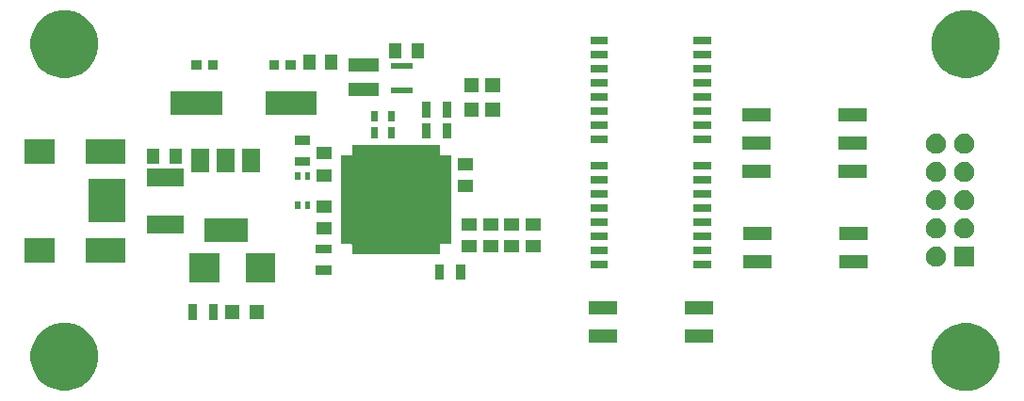
<source format=gts>
G04 #@! TF.GenerationSoftware,KiCad,Pcbnew,(5.1.5)-3*
G04 #@! TF.CreationDate,2020-01-27T20:13:38-03:30*
G04 #@! TF.ProjectId,XDS100v2 Programmer,58445331-3030-4763-9220-50726f677261,rev?*
G04 #@! TF.SameCoordinates,Original*
G04 #@! TF.FileFunction,Soldermask,Top*
G04 #@! TF.FilePolarity,Negative*
%FSLAX46Y46*%
G04 Gerber Fmt 4.6, Leading zero omitted, Abs format (unit mm)*
G04 Created by KiCad (PCBNEW (5.1.5)-3) date 2020-01-27 20:13:38*
%MOMM*%
%LPD*%
G04 APERTURE LIST*
%ADD10C,0.100000*%
G04 APERTURE END LIST*
D10*
G36*
X103889943Y-88216248D02*
G01*
X104445189Y-88446238D01*
X104619193Y-88562504D01*
X104944899Y-88780134D01*
X105369866Y-89205101D01*
X105485031Y-89377458D01*
X105703762Y-89704811D01*
X105933752Y-90260057D01*
X106051000Y-90849501D01*
X106051000Y-91450499D01*
X105933752Y-92039943D01*
X105703762Y-92595189D01*
X105703761Y-92595190D01*
X105369866Y-93094899D01*
X104944899Y-93519866D01*
X104879403Y-93563629D01*
X104445189Y-93853762D01*
X103889943Y-94083752D01*
X103300499Y-94201000D01*
X102699501Y-94201000D01*
X102110057Y-94083752D01*
X101554811Y-93853762D01*
X101120597Y-93563629D01*
X101055101Y-93519866D01*
X100630134Y-93094899D01*
X100296239Y-92595190D01*
X100296238Y-92595189D01*
X100066248Y-92039943D01*
X99949000Y-91450499D01*
X99949000Y-90849501D01*
X100066248Y-90260057D01*
X100296238Y-89704811D01*
X100514969Y-89377458D01*
X100630134Y-89205101D01*
X101055101Y-88780134D01*
X101380807Y-88562504D01*
X101554811Y-88446238D01*
X102110057Y-88216248D01*
X102699501Y-88099000D01*
X103300499Y-88099000D01*
X103889943Y-88216248D01*
G37*
G36*
X22889943Y-88166248D02*
G01*
X23445189Y-88396238D01*
X23600972Y-88500329D01*
X23944899Y-88730134D01*
X24369866Y-89155101D01*
X24489181Y-89333668D01*
X24703762Y-89654811D01*
X24933752Y-90210057D01*
X25051000Y-90799501D01*
X25051000Y-91400499D01*
X24933752Y-91989943D01*
X24703762Y-92545189D01*
X24703761Y-92545190D01*
X24369866Y-93044899D01*
X23944899Y-93469866D01*
X23694023Y-93637496D01*
X23445189Y-93803762D01*
X22889943Y-94033752D01*
X22300499Y-94151000D01*
X21699501Y-94151000D01*
X21110057Y-94033752D01*
X20554811Y-93803762D01*
X20305977Y-93637496D01*
X20055101Y-93469866D01*
X19630134Y-93044899D01*
X19296239Y-92545190D01*
X19296238Y-92545189D01*
X19066248Y-91989943D01*
X18949000Y-91400499D01*
X18949000Y-90799501D01*
X19066248Y-90210057D01*
X19296238Y-89654811D01*
X19510819Y-89333668D01*
X19630134Y-89155101D01*
X20055101Y-88730134D01*
X20399028Y-88500329D01*
X20554811Y-88396238D01*
X21110057Y-88166248D01*
X21699501Y-88049000D01*
X22300499Y-88049000D01*
X22889943Y-88166248D01*
G37*
G36*
X71671000Y-89886000D02*
G01*
X69129000Y-89886000D01*
X69129000Y-88654000D01*
X71671000Y-88654000D01*
X71671000Y-89886000D01*
G37*
G36*
X80271000Y-89886000D02*
G01*
X77729000Y-89886000D01*
X77729000Y-88654000D01*
X80271000Y-88654000D01*
X80271000Y-89886000D01*
G37*
G36*
X35801000Y-87801000D02*
G01*
X34999000Y-87801000D01*
X34999000Y-86399000D01*
X35801000Y-86399000D01*
X35801000Y-87801000D01*
G37*
G36*
X33901000Y-87801000D02*
G01*
X33099000Y-87801000D01*
X33099000Y-86399000D01*
X33901000Y-86399000D01*
X33901000Y-87801000D01*
G37*
G36*
X39951000Y-87751000D02*
G01*
X38649000Y-87751000D01*
X38649000Y-86449000D01*
X39951000Y-86449000D01*
X39951000Y-87751000D01*
G37*
G36*
X37751000Y-87751000D02*
G01*
X36449000Y-87751000D01*
X36449000Y-86449000D01*
X37751000Y-86449000D01*
X37751000Y-87751000D01*
G37*
G36*
X71671000Y-87346000D02*
G01*
X69129000Y-87346000D01*
X69129000Y-86114000D01*
X71671000Y-86114000D01*
X71671000Y-87346000D01*
G37*
G36*
X80271000Y-87346000D02*
G01*
X77729000Y-87346000D01*
X77729000Y-86114000D01*
X80271000Y-86114000D01*
X80271000Y-87346000D01*
G37*
G36*
X40951000Y-84401000D02*
G01*
X38299000Y-84401000D01*
X38299000Y-81799000D01*
X40951000Y-81799000D01*
X40951000Y-84401000D01*
G37*
G36*
X35901000Y-84401000D02*
G01*
X33249000Y-84401000D01*
X33249000Y-81799000D01*
X35901000Y-81799000D01*
X35901000Y-84401000D01*
G37*
G36*
X58001000Y-84201000D02*
G01*
X57199000Y-84201000D01*
X57199000Y-82799000D01*
X58001000Y-82799000D01*
X58001000Y-84201000D01*
G37*
G36*
X56101000Y-84201000D02*
G01*
X55299000Y-84201000D01*
X55299000Y-82799000D01*
X56101000Y-82799000D01*
X56101000Y-84201000D01*
G37*
G36*
X46001000Y-83751000D02*
G01*
X44599000Y-83751000D01*
X44599000Y-82949000D01*
X46001000Y-82949000D01*
X46001000Y-83751000D01*
G37*
G36*
X80151000Y-83196000D02*
G01*
X78549000Y-83196000D01*
X78549000Y-82494000D01*
X80151000Y-82494000D01*
X80151000Y-83196000D01*
G37*
G36*
X70851000Y-83196000D02*
G01*
X69249000Y-83196000D01*
X69249000Y-82494000D01*
X70851000Y-82494000D01*
X70851000Y-83196000D01*
G37*
G36*
X85571000Y-83186000D02*
G01*
X83029000Y-83186000D01*
X83029000Y-81954000D01*
X85571000Y-81954000D01*
X85571000Y-83186000D01*
G37*
G36*
X94171000Y-83186000D02*
G01*
X91629000Y-83186000D01*
X91629000Y-81954000D01*
X94171000Y-81954000D01*
X94171000Y-83186000D01*
G37*
G36*
X100443512Y-81233927D02*
G01*
X100592812Y-81263624D01*
X100756784Y-81331544D01*
X100904354Y-81430147D01*
X101029853Y-81555646D01*
X101128456Y-81703216D01*
X101196376Y-81867188D01*
X101231000Y-82041259D01*
X101231000Y-82218741D01*
X101196376Y-82392812D01*
X101128456Y-82556784D01*
X101029853Y-82704354D01*
X100904354Y-82829853D01*
X100756784Y-82928456D01*
X100592812Y-82996376D01*
X100443512Y-83026073D01*
X100418742Y-83031000D01*
X100241258Y-83031000D01*
X100216488Y-83026073D01*
X100067188Y-82996376D01*
X99903216Y-82928456D01*
X99755646Y-82829853D01*
X99630147Y-82704354D01*
X99531544Y-82556784D01*
X99463624Y-82392812D01*
X99429000Y-82218741D01*
X99429000Y-82041259D01*
X99463624Y-81867188D01*
X99531544Y-81703216D01*
X99630147Y-81555646D01*
X99755646Y-81430147D01*
X99903216Y-81331544D01*
X100067188Y-81263624D01*
X100216488Y-81233927D01*
X100241258Y-81229000D01*
X100418742Y-81229000D01*
X100443512Y-81233927D01*
G37*
G36*
X103771000Y-83031000D02*
G01*
X101969000Y-83031000D01*
X101969000Y-81229000D01*
X103771000Y-81229000D01*
X103771000Y-83031000D01*
G37*
G36*
X27451600Y-82651600D02*
G01*
X23948400Y-82651600D01*
X23948400Y-80448400D01*
X27451600Y-80448400D01*
X27451600Y-82651600D01*
G37*
G36*
X21151600Y-82651600D02*
G01*
X18448400Y-82651600D01*
X18448400Y-80448400D01*
X21151600Y-80448400D01*
X21151600Y-82651600D01*
G37*
G36*
X55751000Y-72924001D02*
G01*
X55753402Y-72948387D01*
X55760515Y-72971836D01*
X55772066Y-72993447D01*
X55787611Y-73012389D01*
X55806553Y-73027934D01*
X55828164Y-73039485D01*
X55851613Y-73046598D01*
X55875999Y-73049000D01*
X56726000Y-73049000D01*
X56726000Y-80951000D01*
X55875999Y-80951000D01*
X55851613Y-80953402D01*
X55828164Y-80960515D01*
X55806553Y-80972066D01*
X55787611Y-80987611D01*
X55772066Y-81006553D01*
X55760515Y-81028164D01*
X55753402Y-81051613D01*
X55751000Y-81075999D01*
X55751000Y-81926000D01*
X47849000Y-81926000D01*
X47849000Y-81075999D01*
X47846598Y-81051613D01*
X47839485Y-81028164D01*
X47827934Y-81006553D01*
X47812389Y-80987611D01*
X47793447Y-80972066D01*
X47771836Y-80960515D01*
X47748387Y-80953402D01*
X47724001Y-80951000D01*
X46874000Y-80951000D01*
X46874000Y-73049000D01*
X47724001Y-73049000D01*
X47748387Y-73046598D01*
X47771836Y-73039485D01*
X47793447Y-73027934D01*
X47812389Y-73012389D01*
X47827934Y-72993447D01*
X47839485Y-72971836D01*
X47846598Y-72948387D01*
X47849000Y-72924001D01*
X47849000Y-72074000D01*
X55751000Y-72074000D01*
X55751000Y-72924001D01*
G37*
G36*
X80151000Y-81926000D02*
G01*
X78549000Y-81926000D01*
X78549000Y-81224000D01*
X80151000Y-81224000D01*
X80151000Y-81926000D01*
G37*
G36*
X70851000Y-81926000D02*
G01*
X69249000Y-81926000D01*
X69249000Y-81224000D01*
X70851000Y-81224000D01*
X70851000Y-81926000D01*
G37*
G36*
X46001000Y-81851000D02*
G01*
X44599000Y-81851000D01*
X44599000Y-81049000D01*
X46001000Y-81049000D01*
X46001000Y-81851000D01*
G37*
G36*
X59076000Y-81751000D02*
G01*
X57724000Y-81751000D01*
X57724000Y-80649000D01*
X59076000Y-80649000D01*
X59076000Y-81751000D01*
G37*
G36*
X64776000Y-81751000D02*
G01*
X63424000Y-81751000D01*
X63424000Y-80649000D01*
X64776000Y-80649000D01*
X64776000Y-81751000D01*
G37*
G36*
X62876000Y-81751000D02*
G01*
X61524000Y-81751000D01*
X61524000Y-80649000D01*
X62876000Y-80649000D01*
X62876000Y-81751000D01*
G37*
G36*
X60976000Y-81751000D02*
G01*
X59624000Y-81751000D01*
X59624000Y-80649000D01*
X60976000Y-80649000D01*
X60976000Y-81751000D01*
G37*
G36*
X38451000Y-80801000D02*
G01*
X34549000Y-80801000D01*
X34549000Y-78699000D01*
X38451000Y-78699000D01*
X38451000Y-80801000D01*
G37*
G36*
X70851000Y-80656000D02*
G01*
X69249000Y-80656000D01*
X69249000Y-79954000D01*
X70851000Y-79954000D01*
X70851000Y-80656000D01*
G37*
G36*
X80151000Y-80656000D02*
G01*
X78549000Y-80656000D01*
X78549000Y-79954000D01*
X80151000Y-79954000D01*
X80151000Y-80656000D01*
G37*
G36*
X94171000Y-80646000D02*
G01*
X91629000Y-80646000D01*
X91629000Y-79414000D01*
X94171000Y-79414000D01*
X94171000Y-80646000D01*
G37*
G36*
X85571000Y-80646000D02*
G01*
X83029000Y-80646000D01*
X83029000Y-79414000D01*
X85571000Y-79414000D01*
X85571000Y-80646000D01*
G37*
G36*
X100443512Y-78693927D02*
G01*
X100592812Y-78723624D01*
X100756784Y-78791544D01*
X100904354Y-78890147D01*
X101029853Y-79015646D01*
X101128456Y-79163216D01*
X101196376Y-79327188D01*
X101231000Y-79501259D01*
X101231000Y-79678741D01*
X101196376Y-79852812D01*
X101128456Y-80016784D01*
X101029853Y-80164354D01*
X100904354Y-80289853D01*
X100756784Y-80388456D01*
X100592812Y-80456376D01*
X100443512Y-80486073D01*
X100418742Y-80491000D01*
X100241258Y-80491000D01*
X100216488Y-80486073D01*
X100067188Y-80456376D01*
X99903216Y-80388456D01*
X99755646Y-80289853D01*
X99630147Y-80164354D01*
X99531544Y-80016784D01*
X99463624Y-79852812D01*
X99429000Y-79678741D01*
X99429000Y-79501259D01*
X99463624Y-79327188D01*
X99531544Y-79163216D01*
X99630147Y-79015646D01*
X99755646Y-78890147D01*
X99903216Y-78791544D01*
X100067188Y-78723624D01*
X100216488Y-78693927D01*
X100241258Y-78689000D01*
X100418742Y-78689000D01*
X100443512Y-78693927D01*
G37*
G36*
X102983512Y-78693927D02*
G01*
X103132812Y-78723624D01*
X103296784Y-78791544D01*
X103444354Y-78890147D01*
X103569853Y-79015646D01*
X103668456Y-79163216D01*
X103736376Y-79327188D01*
X103771000Y-79501259D01*
X103771000Y-79678741D01*
X103736376Y-79852812D01*
X103668456Y-80016784D01*
X103569853Y-80164354D01*
X103444354Y-80289853D01*
X103296784Y-80388456D01*
X103132812Y-80456376D01*
X102983512Y-80486073D01*
X102958742Y-80491000D01*
X102781258Y-80491000D01*
X102756488Y-80486073D01*
X102607188Y-80456376D01*
X102443216Y-80388456D01*
X102295646Y-80289853D01*
X102170147Y-80164354D01*
X102071544Y-80016784D01*
X102003624Y-79852812D01*
X101969000Y-79678741D01*
X101969000Y-79501259D01*
X102003624Y-79327188D01*
X102071544Y-79163216D01*
X102170147Y-79015646D01*
X102295646Y-78890147D01*
X102443216Y-78791544D01*
X102607188Y-78723624D01*
X102756488Y-78693927D01*
X102781258Y-78689000D01*
X102958742Y-78689000D01*
X102983512Y-78693927D01*
G37*
G36*
X45976000Y-80151000D02*
G01*
X44624000Y-80151000D01*
X44624000Y-79049000D01*
X45976000Y-79049000D01*
X45976000Y-80151000D01*
G37*
G36*
X32751000Y-80001000D02*
G01*
X29449000Y-80001000D01*
X29449000Y-78399000D01*
X32751000Y-78399000D01*
X32751000Y-80001000D01*
G37*
G36*
X60976000Y-79751000D02*
G01*
X59624000Y-79751000D01*
X59624000Y-78649000D01*
X60976000Y-78649000D01*
X60976000Y-79751000D01*
G37*
G36*
X59076000Y-79751000D02*
G01*
X57724000Y-79751000D01*
X57724000Y-78649000D01*
X59076000Y-78649000D01*
X59076000Y-79751000D01*
G37*
G36*
X62876000Y-79751000D02*
G01*
X61524000Y-79751000D01*
X61524000Y-78649000D01*
X62876000Y-78649000D01*
X62876000Y-79751000D01*
G37*
G36*
X64776000Y-79751000D02*
G01*
X63424000Y-79751000D01*
X63424000Y-78649000D01*
X64776000Y-78649000D01*
X64776000Y-79751000D01*
G37*
G36*
X80151000Y-79386000D02*
G01*
X78549000Y-79386000D01*
X78549000Y-78684000D01*
X80151000Y-78684000D01*
X80151000Y-79386000D01*
G37*
G36*
X70851000Y-79386000D02*
G01*
X69249000Y-79386000D01*
X69249000Y-78684000D01*
X70851000Y-78684000D01*
X70851000Y-79386000D01*
G37*
G36*
X27451600Y-79051600D02*
G01*
X24148400Y-79051600D01*
X24148400Y-75148400D01*
X27451600Y-75148400D01*
X27451600Y-79051600D01*
G37*
G36*
X45976000Y-78151000D02*
G01*
X44624000Y-78151000D01*
X44624000Y-77049000D01*
X45976000Y-77049000D01*
X45976000Y-78151000D01*
G37*
G36*
X80151000Y-78116000D02*
G01*
X78549000Y-78116000D01*
X78549000Y-77414000D01*
X80151000Y-77414000D01*
X80151000Y-78116000D01*
G37*
G36*
X70851000Y-78116000D02*
G01*
X69249000Y-78116000D01*
X69249000Y-77414000D01*
X70851000Y-77414000D01*
X70851000Y-78116000D01*
G37*
G36*
X100443512Y-76153927D02*
G01*
X100592812Y-76183624D01*
X100756784Y-76251544D01*
X100904354Y-76350147D01*
X101029853Y-76475646D01*
X101128456Y-76623216D01*
X101196376Y-76787188D01*
X101226073Y-76936488D01*
X101231000Y-76961258D01*
X101231000Y-77138742D01*
X101226073Y-77163512D01*
X101196376Y-77312812D01*
X101128456Y-77476784D01*
X101029853Y-77624354D01*
X100904354Y-77749853D01*
X100756784Y-77848456D01*
X100592812Y-77916376D01*
X100443512Y-77946073D01*
X100418742Y-77951000D01*
X100241258Y-77951000D01*
X100216488Y-77946073D01*
X100067188Y-77916376D01*
X99903216Y-77848456D01*
X99755646Y-77749853D01*
X99630147Y-77624354D01*
X99531544Y-77476784D01*
X99463624Y-77312812D01*
X99433927Y-77163512D01*
X99429000Y-77138742D01*
X99429000Y-76961258D01*
X99433927Y-76936488D01*
X99463624Y-76787188D01*
X99531544Y-76623216D01*
X99630147Y-76475646D01*
X99755646Y-76350147D01*
X99903216Y-76251544D01*
X100067188Y-76183624D01*
X100216488Y-76153927D01*
X100241258Y-76149000D01*
X100418742Y-76149000D01*
X100443512Y-76153927D01*
G37*
G36*
X102983512Y-76153927D02*
G01*
X103132812Y-76183624D01*
X103296784Y-76251544D01*
X103444354Y-76350147D01*
X103569853Y-76475646D01*
X103668456Y-76623216D01*
X103736376Y-76787188D01*
X103766073Y-76936488D01*
X103771000Y-76961258D01*
X103771000Y-77138742D01*
X103766073Y-77163512D01*
X103736376Y-77312812D01*
X103668456Y-77476784D01*
X103569853Y-77624354D01*
X103444354Y-77749853D01*
X103296784Y-77848456D01*
X103132812Y-77916376D01*
X102983512Y-77946073D01*
X102958742Y-77951000D01*
X102781258Y-77951000D01*
X102756488Y-77946073D01*
X102607188Y-77916376D01*
X102443216Y-77848456D01*
X102295646Y-77749853D01*
X102170147Y-77624354D01*
X102071544Y-77476784D01*
X102003624Y-77312812D01*
X101973927Y-77163512D01*
X101969000Y-77138742D01*
X101969000Y-76961258D01*
X101973927Y-76936488D01*
X102003624Y-76787188D01*
X102071544Y-76623216D01*
X102170147Y-76475646D01*
X102295646Y-76350147D01*
X102443216Y-76251544D01*
X102607188Y-76183624D01*
X102756488Y-76153927D01*
X102781258Y-76149000D01*
X102958742Y-76149000D01*
X102983512Y-76153927D01*
G37*
G36*
X43201000Y-77851000D02*
G01*
X42699000Y-77851000D01*
X42699000Y-77149000D01*
X43201000Y-77149000D01*
X43201000Y-77851000D01*
G37*
G36*
X44101000Y-77851000D02*
G01*
X43599000Y-77851000D01*
X43599000Y-77149000D01*
X44101000Y-77149000D01*
X44101000Y-77851000D01*
G37*
G36*
X80151000Y-76846000D02*
G01*
X78549000Y-76846000D01*
X78549000Y-76144000D01*
X80151000Y-76144000D01*
X80151000Y-76846000D01*
G37*
G36*
X70851000Y-76846000D02*
G01*
X69249000Y-76846000D01*
X69249000Y-76144000D01*
X70851000Y-76144000D01*
X70851000Y-76846000D01*
G37*
G36*
X58676000Y-76351000D02*
G01*
X57324000Y-76351000D01*
X57324000Y-75249000D01*
X58676000Y-75249000D01*
X58676000Y-76351000D01*
G37*
G36*
X32751000Y-75801000D02*
G01*
X29449000Y-75801000D01*
X29449000Y-74199000D01*
X32751000Y-74199000D01*
X32751000Y-75801000D01*
G37*
G36*
X80151000Y-75576000D02*
G01*
X78549000Y-75576000D01*
X78549000Y-74874000D01*
X80151000Y-74874000D01*
X80151000Y-75576000D01*
G37*
G36*
X70851000Y-75576000D02*
G01*
X69249000Y-75576000D01*
X69249000Y-74874000D01*
X70851000Y-74874000D01*
X70851000Y-75576000D01*
G37*
G36*
X102983512Y-73613927D02*
G01*
X103132812Y-73643624D01*
X103296784Y-73711544D01*
X103444354Y-73810147D01*
X103569853Y-73935646D01*
X103668456Y-74083216D01*
X103736376Y-74247188D01*
X103771000Y-74421259D01*
X103771000Y-74598741D01*
X103736376Y-74772812D01*
X103668456Y-74936784D01*
X103569853Y-75084354D01*
X103444354Y-75209853D01*
X103296784Y-75308456D01*
X103132812Y-75376376D01*
X102983512Y-75406073D01*
X102958742Y-75411000D01*
X102781258Y-75411000D01*
X102756488Y-75406073D01*
X102607188Y-75376376D01*
X102443216Y-75308456D01*
X102295646Y-75209853D01*
X102170147Y-75084354D01*
X102071544Y-74936784D01*
X102003624Y-74772812D01*
X101969000Y-74598741D01*
X101969000Y-74421259D01*
X102003624Y-74247188D01*
X102071544Y-74083216D01*
X102170147Y-73935646D01*
X102295646Y-73810147D01*
X102443216Y-73711544D01*
X102607188Y-73643624D01*
X102756488Y-73613927D01*
X102781258Y-73609000D01*
X102958742Y-73609000D01*
X102983512Y-73613927D01*
G37*
G36*
X100443512Y-73613927D02*
G01*
X100592812Y-73643624D01*
X100756784Y-73711544D01*
X100904354Y-73810147D01*
X101029853Y-73935646D01*
X101128456Y-74083216D01*
X101196376Y-74247188D01*
X101231000Y-74421259D01*
X101231000Y-74598741D01*
X101196376Y-74772812D01*
X101128456Y-74936784D01*
X101029853Y-75084354D01*
X100904354Y-75209853D01*
X100756784Y-75308456D01*
X100592812Y-75376376D01*
X100443512Y-75406073D01*
X100418742Y-75411000D01*
X100241258Y-75411000D01*
X100216488Y-75406073D01*
X100067188Y-75376376D01*
X99903216Y-75308456D01*
X99755646Y-75209853D01*
X99630147Y-75084354D01*
X99531544Y-74936784D01*
X99463624Y-74772812D01*
X99429000Y-74598741D01*
X99429000Y-74421259D01*
X99463624Y-74247188D01*
X99531544Y-74083216D01*
X99630147Y-73935646D01*
X99755646Y-73810147D01*
X99903216Y-73711544D01*
X100067188Y-73643624D01*
X100216488Y-73613927D01*
X100241258Y-73609000D01*
X100418742Y-73609000D01*
X100443512Y-73613927D01*
G37*
G36*
X45976000Y-75351000D02*
G01*
X44624000Y-75351000D01*
X44624000Y-74249000D01*
X45976000Y-74249000D01*
X45976000Y-75351000D01*
G37*
G36*
X43201000Y-75251000D02*
G01*
X42699000Y-75251000D01*
X42699000Y-74549000D01*
X43201000Y-74549000D01*
X43201000Y-75251000D01*
G37*
G36*
X44101000Y-75251000D02*
G01*
X43599000Y-75251000D01*
X43599000Y-74549000D01*
X44101000Y-74549000D01*
X44101000Y-75251000D01*
G37*
G36*
X85471000Y-75056000D02*
G01*
X82929000Y-75056000D01*
X82929000Y-73824000D01*
X85471000Y-73824000D01*
X85471000Y-75056000D01*
G37*
G36*
X94071000Y-75056000D02*
G01*
X91529000Y-75056000D01*
X91529000Y-73824000D01*
X94071000Y-73824000D01*
X94071000Y-75056000D01*
G37*
G36*
X35001000Y-74501000D02*
G01*
X33399000Y-74501000D01*
X33399000Y-72399000D01*
X35001000Y-72399000D01*
X35001000Y-74501000D01*
G37*
G36*
X39601000Y-74501000D02*
G01*
X37999000Y-74501000D01*
X37999000Y-72399000D01*
X39601000Y-72399000D01*
X39601000Y-74501000D01*
G37*
G36*
X37301000Y-74501000D02*
G01*
X35699000Y-74501000D01*
X35699000Y-72399000D01*
X37301000Y-72399000D01*
X37301000Y-74501000D01*
G37*
G36*
X58676000Y-74351000D02*
G01*
X57324000Y-74351000D01*
X57324000Y-73249000D01*
X58676000Y-73249000D01*
X58676000Y-74351000D01*
G37*
G36*
X70851000Y-74306000D02*
G01*
X69249000Y-74306000D01*
X69249000Y-73604000D01*
X70851000Y-73604000D01*
X70851000Y-74306000D01*
G37*
G36*
X80151000Y-74306000D02*
G01*
X78549000Y-74306000D01*
X78549000Y-73604000D01*
X80151000Y-73604000D01*
X80151000Y-74306000D01*
G37*
G36*
X44101000Y-73951000D02*
G01*
X42699000Y-73951000D01*
X42699000Y-73149000D01*
X44101000Y-73149000D01*
X44101000Y-73951000D01*
G37*
G36*
X32551000Y-73776000D02*
G01*
X31449000Y-73776000D01*
X31449000Y-72424000D01*
X32551000Y-72424000D01*
X32551000Y-73776000D01*
G37*
G36*
X30551000Y-73776000D02*
G01*
X29449000Y-73776000D01*
X29449000Y-72424000D01*
X30551000Y-72424000D01*
X30551000Y-73776000D01*
G37*
G36*
X27451600Y-73751600D02*
G01*
X23948400Y-73751600D01*
X23948400Y-71548400D01*
X27451600Y-71548400D01*
X27451600Y-73751600D01*
G37*
G36*
X21151600Y-73751600D02*
G01*
X18448400Y-73751600D01*
X18448400Y-71548400D01*
X21151600Y-71548400D01*
X21151600Y-73751600D01*
G37*
G36*
X45976000Y-73351000D02*
G01*
X44624000Y-73351000D01*
X44624000Y-72249000D01*
X45976000Y-72249000D01*
X45976000Y-73351000D01*
G37*
G36*
X102983512Y-71073927D02*
G01*
X103132812Y-71103624D01*
X103296784Y-71171544D01*
X103444354Y-71270147D01*
X103569853Y-71395646D01*
X103668456Y-71543216D01*
X103736376Y-71707188D01*
X103771000Y-71881259D01*
X103771000Y-72058741D01*
X103736376Y-72232812D01*
X103668456Y-72396784D01*
X103569853Y-72544354D01*
X103444354Y-72669853D01*
X103296784Y-72768456D01*
X103132812Y-72836376D01*
X102983512Y-72866073D01*
X102958742Y-72871000D01*
X102781258Y-72871000D01*
X102756488Y-72866073D01*
X102607188Y-72836376D01*
X102443216Y-72768456D01*
X102295646Y-72669853D01*
X102170147Y-72544354D01*
X102071544Y-72396784D01*
X102003624Y-72232812D01*
X101969000Y-72058741D01*
X101969000Y-71881259D01*
X102003624Y-71707188D01*
X102071544Y-71543216D01*
X102170147Y-71395646D01*
X102295646Y-71270147D01*
X102443216Y-71171544D01*
X102607188Y-71103624D01*
X102756488Y-71073927D01*
X102781258Y-71069000D01*
X102958742Y-71069000D01*
X102983512Y-71073927D01*
G37*
G36*
X100443512Y-71073927D02*
G01*
X100592812Y-71103624D01*
X100756784Y-71171544D01*
X100904354Y-71270147D01*
X101029853Y-71395646D01*
X101128456Y-71543216D01*
X101196376Y-71707188D01*
X101231000Y-71881259D01*
X101231000Y-72058741D01*
X101196376Y-72232812D01*
X101128456Y-72396784D01*
X101029853Y-72544354D01*
X100904354Y-72669853D01*
X100756784Y-72768456D01*
X100592812Y-72836376D01*
X100443512Y-72866073D01*
X100418742Y-72871000D01*
X100241258Y-72871000D01*
X100216488Y-72866073D01*
X100067188Y-72836376D01*
X99903216Y-72768456D01*
X99755646Y-72669853D01*
X99630147Y-72544354D01*
X99531544Y-72396784D01*
X99463624Y-72232812D01*
X99429000Y-72058741D01*
X99429000Y-71881259D01*
X99463624Y-71707188D01*
X99531544Y-71543216D01*
X99630147Y-71395646D01*
X99755646Y-71270147D01*
X99903216Y-71171544D01*
X100067188Y-71103624D01*
X100216488Y-71073927D01*
X100241258Y-71069000D01*
X100418742Y-71069000D01*
X100443512Y-71073927D01*
G37*
G36*
X85471000Y-72516000D02*
G01*
X82929000Y-72516000D01*
X82929000Y-71284000D01*
X85471000Y-71284000D01*
X85471000Y-72516000D01*
G37*
G36*
X94071000Y-72516000D02*
G01*
X91529000Y-72516000D01*
X91529000Y-71284000D01*
X94071000Y-71284000D01*
X94071000Y-72516000D01*
G37*
G36*
X44101000Y-72051000D02*
G01*
X42699000Y-72051000D01*
X42699000Y-71249000D01*
X44101000Y-71249000D01*
X44101000Y-72051000D01*
G37*
G36*
X70851000Y-71896000D02*
G01*
X69249000Y-71896000D01*
X69249000Y-71194000D01*
X70851000Y-71194000D01*
X70851000Y-71896000D01*
G37*
G36*
X80151000Y-71896000D02*
G01*
X78549000Y-71896000D01*
X78549000Y-71194000D01*
X80151000Y-71194000D01*
X80151000Y-71896000D01*
G37*
G36*
X51651000Y-71501000D02*
G01*
X51049000Y-71501000D01*
X51049000Y-70499000D01*
X51651000Y-70499000D01*
X51651000Y-71501000D01*
G37*
G36*
X50151000Y-71501000D02*
G01*
X49549000Y-71501000D01*
X49549000Y-70499000D01*
X50151000Y-70499000D01*
X50151000Y-71501000D01*
G37*
G36*
X56801000Y-71501000D02*
G01*
X55999000Y-71501000D01*
X55999000Y-70099000D01*
X56801000Y-70099000D01*
X56801000Y-71501000D01*
G37*
G36*
X54901000Y-71501000D02*
G01*
X54099000Y-71501000D01*
X54099000Y-70099000D01*
X54901000Y-70099000D01*
X54901000Y-71501000D01*
G37*
G36*
X70851000Y-70626000D02*
G01*
X69249000Y-70626000D01*
X69249000Y-69924000D01*
X70851000Y-69924000D01*
X70851000Y-70626000D01*
G37*
G36*
X80151000Y-70626000D02*
G01*
X78549000Y-70626000D01*
X78549000Y-69924000D01*
X80151000Y-69924000D01*
X80151000Y-70626000D01*
G37*
G36*
X50151000Y-70001000D02*
G01*
X49549000Y-70001000D01*
X49549000Y-68999000D01*
X50151000Y-68999000D01*
X50151000Y-70001000D01*
G37*
G36*
X51651000Y-70001000D02*
G01*
X51049000Y-70001000D01*
X51049000Y-68999000D01*
X51651000Y-68999000D01*
X51651000Y-70001000D01*
G37*
G36*
X85471000Y-69976000D02*
G01*
X82929000Y-69976000D01*
X82929000Y-68744000D01*
X85471000Y-68744000D01*
X85471000Y-69976000D01*
G37*
G36*
X94071000Y-69976000D02*
G01*
X91529000Y-69976000D01*
X91529000Y-68744000D01*
X94071000Y-68744000D01*
X94071000Y-69976000D01*
G37*
G36*
X54901000Y-69601000D02*
G01*
X54099000Y-69601000D01*
X54099000Y-68199000D01*
X54901000Y-68199000D01*
X54901000Y-69601000D01*
G37*
G36*
X56801000Y-69601000D02*
G01*
X55999000Y-69601000D01*
X55999000Y-68199000D01*
X56801000Y-68199000D01*
X56801000Y-69601000D01*
G37*
G36*
X59251000Y-69551000D02*
G01*
X57949000Y-69551000D01*
X57949000Y-68249000D01*
X59251000Y-68249000D01*
X59251000Y-69551000D01*
G37*
G36*
X61151000Y-69551000D02*
G01*
X59849000Y-69551000D01*
X59849000Y-68249000D01*
X61151000Y-68249000D01*
X61151000Y-69551000D01*
G37*
G36*
X70851000Y-69356000D02*
G01*
X69249000Y-69356000D01*
X69249000Y-68654000D01*
X70851000Y-68654000D01*
X70851000Y-69356000D01*
G37*
G36*
X80151000Y-69356000D02*
G01*
X78549000Y-69356000D01*
X78549000Y-68654000D01*
X80151000Y-68654000D01*
X80151000Y-69356000D01*
G37*
G36*
X44651000Y-69351000D02*
G01*
X40049000Y-69351000D01*
X40049000Y-67249000D01*
X44651000Y-67249000D01*
X44651000Y-69351000D01*
G37*
G36*
X36151000Y-69351000D02*
G01*
X31549000Y-69351000D01*
X31549000Y-67249000D01*
X36151000Y-67249000D01*
X36151000Y-69351000D01*
G37*
G36*
X80151000Y-68086000D02*
G01*
X78549000Y-68086000D01*
X78549000Y-67384000D01*
X80151000Y-67384000D01*
X80151000Y-68086000D01*
G37*
G36*
X70851000Y-68086000D02*
G01*
X69249000Y-68086000D01*
X69249000Y-67384000D01*
X70851000Y-67384000D01*
X70851000Y-68086000D01*
G37*
G36*
X50226000Y-67681000D02*
G01*
X47574000Y-67681000D01*
X47574000Y-66519000D01*
X50226000Y-66519000D01*
X50226000Y-67681000D01*
G37*
G36*
X53251000Y-67451000D02*
G01*
X51349000Y-67451000D01*
X51349000Y-66949000D01*
X53251000Y-66949000D01*
X53251000Y-67451000D01*
G37*
G36*
X61151000Y-67351000D02*
G01*
X59849000Y-67351000D01*
X59849000Y-66049000D01*
X61151000Y-66049000D01*
X61151000Y-67351000D01*
G37*
G36*
X59251000Y-67351000D02*
G01*
X57949000Y-67351000D01*
X57949000Y-66049000D01*
X59251000Y-66049000D01*
X59251000Y-67351000D01*
G37*
G36*
X70851000Y-66816000D02*
G01*
X69249000Y-66816000D01*
X69249000Y-66114000D01*
X70851000Y-66114000D01*
X70851000Y-66816000D01*
G37*
G36*
X80151000Y-66816000D02*
G01*
X78549000Y-66816000D01*
X78549000Y-66114000D01*
X80151000Y-66114000D01*
X80151000Y-66816000D01*
G37*
G36*
X103889943Y-60066248D02*
G01*
X104445189Y-60296238D01*
X104693347Y-60462052D01*
X104944899Y-60630134D01*
X105369866Y-61055101D01*
X105518440Y-61277458D01*
X105703762Y-61554811D01*
X105933752Y-62110057D01*
X106051000Y-62699501D01*
X106051000Y-63300499D01*
X105933752Y-63889943D01*
X105703762Y-64445189D01*
X105703761Y-64445190D01*
X105369866Y-64944899D01*
X104944899Y-65369866D01*
X104804573Y-65463629D01*
X104445189Y-65703762D01*
X103889943Y-65933752D01*
X103300499Y-66051000D01*
X102699501Y-66051000D01*
X102110057Y-65933752D01*
X101554811Y-65703762D01*
X101195427Y-65463629D01*
X101055101Y-65369866D01*
X100630134Y-64944899D01*
X100296239Y-64445190D01*
X100296238Y-64445189D01*
X100066248Y-63889943D01*
X99949000Y-63300499D01*
X99949000Y-62699501D01*
X100066248Y-62110057D01*
X100296238Y-61554811D01*
X100481560Y-61277458D01*
X100630134Y-61055101D01*
X101055101Y-60630134D01*
X101306653Y-60462052D01*
X101554811Y-60296238D01*
X102110057Y-60066248D01*
X102699501Y-59949000D01*
X103300499Y-59949000D01*
X103889943Y-60066248D01*
G37*
G36*
X22889943Y-60066248D02*
G01*
X23445189Y-60296238D01*
X23693347Y-60462052D01*
X23944899Y-60630134D01*
X24369866Y-61055101D01*
X24518440Y-61277458D01*
X24703762Y-61554811D01*
X24933752Y-62110057D01*
X25051000Y-62699501D01*
X25051000Y-63300499D01*
X24933752Y-63889943D01*
X24703762Y-64445189D01*
X24703761Y-64445190D01*
X24369866Y-64944899D01*
X23944899Y-65369866D01*
X23804573Y-65463629D01*
X23445189Y-65703762D01*
X22889943Y-65933752D01*
X22300499Y-66051000D01*
X21699501Y-66051000D01*
X21110057Y-65933752D01*
X20554811Y-65703762D01*
X20195427Y-65463629D01*
X20055101Y-65369866D01*
X19630134Y-64944899D01*
X19296239Y-64445190D01*
X19296238Y-64445189D01*
X19066248Y-63889943D01*
X18949000Y-63300499D01*
X18949000Y-62699501D01*
X19066248Y-62110057D01*
X19296238Y-61554811D01*
X19481560Y-61277458D01*
X19630134Y-61055101D01*
X20055101Y-60630134D01*
X20306653Y-60462052D01*
X20554811Y-60296238D01*
X21110057Y-60066248D01*
X21699501Y-59949000D01*
X22300499Y-59949000D01*
X22889943Y-60066248D01*
G37*
G36*
X70851000Y-65546000D02*
G01*
X69249000Y-65546000D01*
X69249000Y-64844000D01*
X70851000Y-64844000D01*
X70851000Y-65546000D01*
G37*
G36*
X80151000Y-65546000D02*
G01*
X78549000Y-65546000D01*
X78549000Y-64844000D01*
X80151000Y-64844000D01*
X80151000Y-65546000D01*
G37*
G36*
X50226000Y-65481000D02*
G01*
X47574000Y-65481000D01*
X47574000Y-64319000D01*
X50226000Y-64319000D01*
X50226000Y-65481000D01*
G37*
G36*
X44551000Y-65336000D02*
G01*
X43449000Y-65336000D01*
X43449000Y-63984000D01*
X44551000Y-63984000D01*
X44551000Y-65336000D01*
G37*
G36*
X46551000Y-65336000D02*
G01*
X45449000Y-65336000D01*
X45449000Y-63984000D01*
X46551000Y-63984000D01*
X46551000Y-65336000D01*
G37*
G36*
X34301000Y-65326000D02*
G01*
X33399000Y-65326000D01*
X33399000Y-64474000D01*
X34301000Y-64474000D01*
X34301000Y-65326000D01*
G37*
G36*
X35801000Y-65326000D02*
G01*
X34899000Y-65326000D01*
X34899000Y-64474000D01*
X35801000Y-64474000D01*
X35801000Y-65326000D01*
G37*
G36*
X41301000Y-65326000D02*
G01*
X40399000Y-65326000D01*
X40399000Y-64474000D01*
X41301000Y-64474000D01*
X41301000Y-65326000D01*
G37*
G36*
X42801000Y-65326000D02*
G01*
X41899000Y-65326000D01*
X41899000Y-64474000D01*
X42801000Y-64474000D01*
X42801000Y-65326000D01*
G37*
G36*
X53251000Y-65251000D02*
G01*
X51349000Y-65251000D01*
X51349000Y-64749000D01*
X53251000Y-64749000D01*
X53251000Y-65251000D01*
G37*
G36*
X80151000Y-64276000D02*
G01*
X78549000Y-64276000D01*
X78549000Y-63574000D01*
X80151000Y-63574000D01*
X80151000Y-64276000D01*
G37*
G36*
X70851000Y-64276000D02*
G01*
X69249000Y-64276000D01*
X69249000Y-63574000D01*
X70851000Y-63574000D01*
X70851000Y-64276000D01*
G37*
G36*
X54291000Y-64256000D02*
G01*
X53189000Y-64256000D01*
X53189000Y-62904000D01*
X54291000Y-62904000D01*
X54291000Y-64256000D01*
G37*
G36*
X52291000Y-64256000D02*
G01*
X51189000Y-64256000D01*
X51189000Y-62904000D01*
X52291000Y-62904000D01*
X52291000Y-64256000D01*
G37*
G36*
X80151000Y-63006000D02*
G01*
X78549000Y-63006000D01*
X78549000Y-62304000D01*
X80151000Y-62304000D01*
X80151000Y-63006000D01*
G37*
G36*
X70851000Y-63006000D02*
G01*
X69249000Y-63006000D01*
X69249000Y-62304000D01*
X70851000Y-62304000D01*
X70851000Y-63006000D01*
G37*
M02*

</source>
